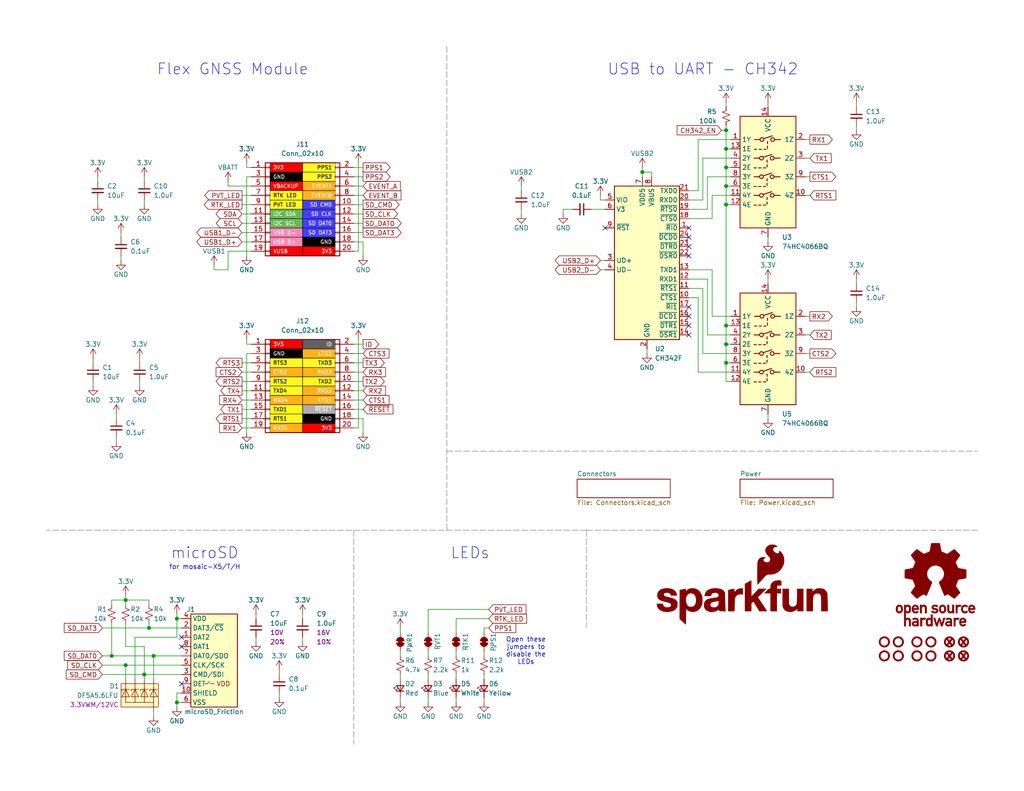
<source format=kicad_sch>
(kicad_sch (version 20250114) (generator "eeschema") (generator_version "9.0")
  (paper "USLetter")
  (title_block (title "SparkFun GNSS Flex Breakout") (date "2025-03-28") (rev "v01") (company "SparkFun Electronics") (comment 1 "Designed by: P.C."))
  (text "LEDs" (at 128.27 151.13 0) (effects (font (size 3 3))))
  (text "USB to UART - CH342" (at 191.77 19.05 0) (effects (font (size 3 3))))
  (text "Flex GNSS Module" (at 63.5 19.05 0) (effects (font (size 3 3))))
  (text "for mosaic-X5/T/H" (at 55.88 154.94 0) (effects (font (size 1.27 1.27))))
  (text "Open these\njumpers to\ndisable the\nLEDs" (at 143.51 177.8 0) (effects (font (size 1.27 1.27))))
  (text "microSD" (at 55.88 151.13 0) (effects (font (size 3 3))))
  (junction (at 40.64 171.45))
  (junction (at 198.12 88.9))
  (junction (at 41.91 179.07))
  (junction (at 198.12 93.98))
  (junction (at 198.12 99.06))
  (junction (at 175.26 46.99))
  (junction (at 30.48 179.07))
  (junction (at 39.37 184.15))
  (junction (at 48.26 168.91))
  (junction (at 198.12 35.56))
  (junction (at 34.29 181.61))
  (junction (at 48.26 191.77))
  (junction (at 34.29 163.83))
  (junction (at 198.12 40.64))
  (junction (at 198.12 55.88))
  (junction (at 198.12 50.8))
  (junction (at 198.12 45.72))
  (no_connect (at 187.96 62.23))
  (no_connect (at 49.53 176.53))
  (no_connect (at 187.96 64.77))
  (no_connect (at 187.96 91.44))
  (no_connect (at 187.96 88.9))
  (no_connect (at 187.96 86.36))
  (no_connect (at 49.53 186.69))
  (no_connect (at 49.53 173.99))
  (no_connect (at 187.96 69.85))
  (no_connect (at 165.1 62.23))
  (no_connect (at 187.96 83.82))
  (no_connect (at 187.96 67.31))
  (wire (pts (xy 233.68 82.55) (xy 233.68 83.82)))
  (wire (pts (xy 116.84 166.37) (xy 116.84 172.72)))
  (polyline (pts (xy 96.52 144.78) (xy 96.52 203.2)) (stroke (width 0) (type dash) (color 132 132 132 1)))
  (wire (pts (xy 39.37 184.15) (xy 49.53 184.15)))
  (wire (pts (xy 96.52 66.04) (xy 99.06 66.04)))
  (wire (pts (xy 39.37 54.61) (xy 39.37 55.88)))
  (wire (pts (xy 49.53 171.45) (xy 40.64 171.45)))
  (wire (pts (xy 68.58 96.52) (xy 67.31 96.52)))
  (wire (pts (xy 48.26 168.91) (xy 48.26 167.64)))
  (wire (pts (xy 193.04 91.44) (xy 199.39 91.44)))
  (wire (pts (xy 67.31 93.98) (xy 67.31 92.71)))
  (wire (pts (xy 99.06 66.04) (xy 99.06 69.85)))
  (wire (pts (xy 132.08 177.8) (xy 132.08 179.07)))
  (wire (pts (xy 163.83 54.61) (xy 165.1 54.61)))
  (polyline (pts (xy 160.02 144.78) (xy 160.02 171.45)) (stroke (width 0) (type dash) (color 132 132 132 1)))
  (wire (pts (xy 198.12 27.94) (xy 198.12 29.21)))
  (wire (pts (xy 25.4 97.79) (xy 25.4 99.06)))
  (wire (pts (xy 109.22 190.5) (xy 109.22 191.77)))
  (wire (pts (xy 191.77 96.52) (xy 199.39 96.52)))
  (wire (pts (xy 193.04 57.15) (xy 193.04 48.26)))
  (wire (pts (xy 194.31 86.36) (xy 199.39 86.36)))
  (wire (pts (xy 187.96 59.69) (xy 194.31 59.69)))
  (wire (pts (xy 66.04 55.88) (xy 68.58 55.88)))
  (wire (pts (xy 36.83 173.99) (xy 48.26 173.99)))
  (wire (pts (xy 27.94 179.07) (xy 30.48 179.07)))
  (wire (pts (xy 190.5 52.07) (xy 190.5 38.1)))
  (wire (pts (xy 187.96 52.07) (xy 190.5 52.07)))
  (wire (pts (xy 219.71 38.1) (xy 220.98 38.1)))
  (wire (pts (xy 191.77 78.74) (xy 191.77 96.52)))
  (wire (pts (xy 153.67 57.15) (xy 156.21 57.15)))
  (wire (pts (xy 209.55 29.21) (xy 209.55 27.94)))
  (wire (pts (xy 176.53 95.25) (xy 176.53 96.52)))
  (wire (pts (xy 31.75 119.38) (xy 31.75 120.65)))
  (wire (pts (xy 194.31 59.69) (xy 194.31 53.34)))
  (wire (pts (xy 198.12 40.64) (xy 198.12 35.56)))
  (wire (pts (xy 198.12 93.98) (xy 198.12 88.9)))
  (wire (pts (xy 219.71 91.44) (xy 220.98 91.44)))
  (wire (pts (xy 40.64 170.18) (xy 40.64 171.45)))
  (wire (pts (xy 194.31 53.34) (xy 199.39 53.34)))
  (wire (pts (xy 99.06 114.3) (xy 99.06 118.11)))
  (wire (pts (xy 67.31 48.26) (xy 67.31 69.85)))
  (wire (pts (xy 66.04 60.96) (xy 68.58 60.96)))
  (wire (pts (xy 132.08 184.15) (xy 132.08 185.42)))
  (wire (pts (xy 198.12 55.88) (xy 198.12 50.8)))
  (wire (pts (xy 69.85 167.64) (xy 69.85 168.91)))
  (wire (pts (xy 30.48 165.1) (xy 30.48 163.83)))
  (wire (pts (xy 68.58 48.26) (xy 67.31 48.26)))
  (wire (pts (xy 163.83 73.66) (xy 165.1 73.66)))
  (wire (pts (xy 233.68 76.2) (xy 233.68 77.47)))
  (wire (pts (xy 233.68 34.29) (xy 233.68 35.56)))
  (wire (pts (xy 62.23 68.58) (xy 68.58 68.58)))
  (wire (pts (xy 199.39 50.8) (xy 198.12 50.8)))
  (wire (pts (xy 34.29 176.53) (xy 39.37 176.53)))
  (wire (pts (xy 161.29 57.15) (xy 165.1 57.15)))
  (wire (pts (xy 66.04 101.6) (xy 68.58 101.6)))
  (wire (pts (xy 34.29 170.18) (xy 34.29 176.53)))
  (wire (pts (xy 66.04 53.34) (xy 68.58 53.34)))
  (wire (pts (xy 48.26 168.91) (xy 49.53 168.91)))
  (wire (pts (xy 48.26 191.77) (xy 49.53 191.77)))
  (wire (pts (xy 196.85 35.56) (xy 198.12 35.56)))
  (wire (pts (xy 39.37 48.26) (xy 39.37 49.53)))
  (wire (pts (xy 27.94 184.15) (xy 39.37 184.15)))
  (wire (pts (xy 39.37 184.15) (xy 39.37 185.42)))
  (wire (pts (xy 97.79 44.45) (xy 97.79 68.58)))
  (wire (pts (xy 58.42 72.39) (xy 58.42 73.66)))
  (wire (pts (xy 96.52 63.5) (xy 99.06 63.5)))
  (wire (pts (xy 199.39 99.06) (xy 198.12 99.06)))
  (wire (pts (xy 219.71 43.18) (xy 220.98 43.18)))
  (wire (pts (xy 124.46 184.15) (xy 124.46 185.42)))
  (wire (pts (xy 187.96 57.15) (xy 193.04 57.15)))
  (wire (pts (xy 66.04 109.22) (xy 68.58 109.22)))
  (wire (pts (xy 96.52 55.88) (xy 99.06 55.88)))
  (wire (pts (xy 153.67 58.42) (xy 153.67 57.15)))
  (wire (pts (xy 187.96 73.66) (xy 194.31 73.66)))
  (wire (pts (xy 99.06 109.22) (xy 96.52 109.22)))
  (wire (pts (xy 38.1 97.79) (xy 38.1 99.06)))
  (wire (pts (xy 96.52 50.8) (xy 99.06 50.8)))
  (wire (pts (xy 66.04 111.76) (xy 68.58 111.76)))
  (wire (pts (xy 194.31 73.66) (xy 194.31 86.36)))
  (wire (pts (xy 49.53 189.23) (xy 48.26 189.23)))
  (wire (pts (xy 199.39 45.72) (xy 198.12 45.72)))
  (wire (pts (xy 109.22 177.8) (xy 109.22 179.07)))
  (wire (pts (xy 142.24 57.15) (xy 142.24 58.42)))
  (wire (pts (xy 41.91 179.07) (xy 49.53 179.07)))
  (wire (pts (xy 190.5 101.6) (xy 199.39 101.6)))
  (wire (pts (xy 175.26 48.26) (xy 175.26 46.99)))
  (wire (pts (xy 96.52 101.6) (xy 99.06 101.6)))
  (wire (pts (xy 34.29 163.83) (xy 34.29 165.1)))
  (wire (pts (xy 34.29 181.61) (xy 34.29 185.42)))
  (wire (pts (xy 124.46 168.91) (xy 124.46 172.72)))
  (wire (pts (xy 190.5 81.28) (xy 190.5 101.6)))
  (wire (pts (xy 31.75 113.03) (xy 31.75 114.3)))
  (wire (pts (xy 199.39 93.98) (xy 198.12 93.98)))
  (wire (pts (xy 66.04 63.5) (xy 68.58 63.5)))
  (wire (pts (xy 66.04 116.84) (xy 68.58 116.84)))
  (wire (pts (xy 219.71 48.26) (xy 220.98 48.26)))
  (wire (pts (xy 40.64 163.83) (xy 40.64 165.1)))
  (wire (pts (xy 187.96 54.61) (xy 191.77 54.61)))
  (wire (pts (xy 96.52 116.84) (xy 97.79 116.84)))
  (wire (pts (xy 233.68 27.94) (xy 233.68 29.21)))
  (wire (pts (xy 191.77 43.18) (xy 199.39 43.18)))
  (wire (pts (xy 109.22 184.15) (xy 109.22 185.42)))
  (wire (pts (xy 97.79 68.58) (xy 96.52 68.58)))
  (wire (pts (xy 187.96 78.74) (xy 191.77 78.74)))
  (wire (pts (xy 39.37 176.53) (xy 39.37 184.15)))
  (wire (pts (xy 198.12 50.8) (xy 198.12 45.72)))
  (wire (pts (xy 82.55 173.99) (xy 82.55 175.26)))
  (wire (pts (xy 133.35 166.37) (xy 116.84 166.37)))
  (wire (pts (xy 219.71 101.6) (xy 220.98 101.6)))
  (wire (pts (xy 66.04 104.14) (xy 68.58 104.14)))
  (wire (pts (xy 30.48 163.83) (xy 34.29 163.83)))
  (wire (pts (xy 97.79 116.84) (xy 97.79 92.71)))
  (wire (pts (xy 27.94 181.61) (xy 34.29 181.61)))
  (wire (pts (xy 68.58 99.06) (xy 66.04 99.06)))
  (wire (pts (xy 48.26 191.77) (xy 48.26 193.04)))
  (wire (pts (xy 116.84 177.8) (xy 116.84 179.07)))
  (wire (pts (xy 58.42 73.66) (xy 62.23 73.66)))
  (wire (pts (xy 116.84 190.5) (xy 116.84 191.77)))
  (wire (pts (xy 163.83 53.34) (xy 163.83 54.61)))
  (wire (pts (xy 142.24 50.8) (xy 142.24 52.07)))
  (polyline (pts (xy 121.92 123.19) (xy 266.7 123.19)) (stroke (width 0) (type dash) (color 132 132 132 1)))
  (wire (pts (xy 82.55 167.64) (xy 82.55 168.91)))
  (wire (pts (xy 96.52 58.42) (xy 99.06 58.42)))
  (wire (pts (xy 27.94 171.45) (xy 40.64 171.45)))
  (wire (pts (xy 26.67 48.26) (xy 26.67 49.53)))
  (wire (pts (xy 96.52 53.34) (xy 99.06 53.34)))
  (wire (pts (xy 25.4 104.14) (xy 25.4 105.41)))
  (wire (pts (xy 199.39 88.9) (xy 198.12 88.9)))
  (wire (pts (xy 33.02 63.5) (xy 33.02 64.77)))
  (wire (pts (xy 209.55 64.77) (xy 209.55 66.04)))
  (wire (pts (xy 99.06 111.76) (xy 96.52 111.76)))
  (wire (pts (xy 26.67 54.61) (xy 26.67 55.88)))
  (wire (pts (xy 67.31 96.52) (xy 67.31 118.11)))
  (wire (pts (xy 132.08 190.5) (xy 132.08 191.77)))
  (wire (pts (xy 132.08 171.45) (xy 132.08 172.72)))
  (wire (pts (xy 175.26 46.99) (xy 175.26 45.72)))
  (wire (pts (xy 62.23 73.66) (xy 62.23 68.58)))
  (wire (pts (xy 34.29 163.83) (xy 40.64 163.83)))
  (wire (pts (xy 116.84 184.15) (xy 116.84 185.42)))
  (wire (pts (xy 96.52 106.68) (xy 99.06 106.68)))
  (wire (pts (xy 199.39 40.64) (xy 198.12 40.64)))
  (polyline (pts (xy 160.02 144.78) (xy 12.7 144.78)) (stroke (width 0) (type dash) (color 132 132 132 1)))
  (wire (pts (xy 187.96 76.2) (xy 193.04 76.2)))
  (wire (pts (xy 76.2 182.88) (xy 76.2 184.15)))
  (wire (pts (xy 193.04 76.2) (xy 193.04 91.44)))
  (wire (pts (xy 198.12 99.06) (xy 198.12 93.98)))
  (wire (pts (xy 48.26 173.99) (xy 48.26 168.91)))
  (wire (pts (xy 177.8 46.99) (xy 175.26 46.99)))
  (wire (pts (xy 96.52 96.52) (xy 99.06 96.52)))
  (wire (pts (xy 96.52 104.14) (xy 99.06 104.14)))
  (wire (pts (xy 198.12 88.9) (xy 198.12 55.88)))
  (wire (pts (xy 96.52 45.72) (xy 99.06 45.72)))
  (wire (pts (xy 66.04 114.3) (xy 68.58 114.3)))
  (wire (pts (xy 133.35 171.45) (xy 132.08 171.45)))
  (wire (pts (xy 38.1 104.14) (xy 38.1 105.41)))
  (wire (pts (xy 76.2 189.23) (xy 76.2 190.5)))
  (wire (pts (xy 187.96 81.28) (xy 190.5 81.28)))
  (wire (pts (xy 30.48 170.18) (xy 30.48 179.07)))
  (wire (pts (xy 66.04 66.04) (xy 68.58 66.04)))
  (wire (pts (xy 193.04 48.26) (xy 199.39 48.26)))
  (wire (pts (xy 96.52 114.3) (xy 99.06 114.3)))
  (wire (pts (xy 96.52 60.96) (xy 99.06 60.96)))
  (wire (pts (xy 219.71 86.36) (xy 220.98 86.36)))
  (wire (pts (xy 62.23 50.8) (xy 68.58 50.8)))
  (wire (pts (xy 34.29 162.56) (xy 34.29 163.83)))
  (wire (pts (xy 66.04 58.42) (xy 68.58 58.42)))
  (wire (pts (xy 219.71 96.52) (xy 220.98 96.52)))
  (wire (pts (xy 68.58 45.72) (xy 67.31 45.72)))
  (wire (pts (xy 198.12 104.14) (xy 198.12 99.06)))
  (wire (pts (xy 133.35 168.91) (xy 124.46 168.91)))
  (wire (pts (xy 62.23 49.53) (xy 62.23 50.8)))
  (wire (pts (xy 48.26 189.23) (xy 48.26 191.77)))
  (polyline (pts (xy 160.02 144.78) (xy 266.7 144.78)) (stroke (width 0) (type dash) (color 132 132 132 1)))
  (wire (pts (xy 34.29 181.61) (xy 49.53 181.61)))
  (wire (pts (xy 198.12 45.72) (xy 198.12 40.64)))
  (wire (pts (xy 33.02 69.85) (xy 33.02 71.12)))
  (wire (pts (xy 198.12 34.29) (xy 198.12 35.56)))
  (wire (pts (xy 209.55 113.03) (xy 209.55 114.3)))
  (wire (pts (xy 199.39 55.88) (xy 198.12 55.88)))
  (wire (pts (xy 209.55 77.47) (xy 209.55 76.2)))
  (wire (pts (xy 163.83 71.12) (xy 165.1 71.12)))
  (wire (pts (xy 96.52 93.98) (xy 99.06 93.98)))
  (wire (pts (xy 124.46 177.8) (xy 124.46 179.07)))
  (wire (pts (xy 69.85 173.99) (xy 69.85 175.26)))
  (polyline (pts (xy 121.92 12.7) (xy 121.92 144.78)) (stroke (width 0) (type dash) (color 132 132 132 1)))
  (wire (pts (xy 67.31 45.72) (xy 67.31 44.45)))
  (wire (pts (xy 124.46 190.5) (xy 124.46 191.77)))
  (wire (pts (xy 41.91 194.31) (xy 41.91 195.58)))
  (wire (pts (xy 41.91 179.07) (xy 41.91 185.42)))
  (wire (pts (xy 68.58 106.68) (xy 66.04 106.68)))
  (wire (pts (xy 96.52 99.06) (xy 99.06 99.06)))
  (wire (pts (xy 190.5 38.1) (xy 199.39 38.1)))
  (wire (pts (xy 36.83 185.42) (xy 36.83 173.99)))
  (wire (pts (xy 199.39 104.14) (xy 198.12 104.14)))
  (wire (pts (xy 68.58 93.98) (xy 67.31 93.98)))
  (wire (pts (xy 191.77 54.61) (xy 191.77 43.18)))
  (wire (pts (xy 177.8 48.26) (xy 177.8 46.99)))
  (wire (pts (xy 96.52 48.26) (xy 99.06 48.26)))
  (wire (pts (xy 219.71 53.34) (xy 220.98 53.34)))
  (wire (pts (xy 109.22 171.45) (xy 109.22 172.72)))
  (wire (pts (xy 30.48 179.07) (xy 41.91 179.07)))
  (global_label "PPS1" (shape output) (at 99.06 45.72 0) (property "Intersheetrefs" "${INTERSHEET_REFS}" (effects (hide yes))))
  (global_label "CTS1" (shape input) (at 99.06 109.22 0) (property "Intersheetrefs" "${INTERSHEET_REFS}" (effects (hide yes))))
  (global_label "USB2_D+" (shape bidirectional) (at 163.83 71.12 180) (property "Intersheetrefs" "${INTERSHEET_REFS}" (effects (hide yes))))
  (global_label "SD_CLK" (shape input) (at 27.94 181.61 180) (property "Intersheetrefs" "${INTERSHEET_REFS}" (effects (hide yes))))
  (global_label "SD_DAT3" (shape output) (at 99.06 63.5 0) (property "Intersheetrefs" "${INTERSHEET_REFS}" (effects (hide yes))))
  (global_label "PPS1" (shape input) (at 133.35 171.45 0) (property "Intersheetrefs" "${INTERSHEET_REFS}" (effects (hide yes))))
  (global_label "TX2" (shape output) (at 99.06 104.14 0) (property "Intersheetrefs" "${INTERSHEET_REFS}" (effects (hide yes))))
  (global_label "RTS2" (shape output) (at 66.04 104.14 180) (property "Intersheetrefs" "${INTERSHEET_REFS}" (effects (hide yes))))
  (global_label "RX2" (shape output) (at 220.98 86.36 0) (property "Intersheetrefs" "${INTERSHEET_REFS}" (effects (hide yes))))
  (global_label "SD_CLK" (shape output) (at 99.06 58.42 0) (property "Intersheetrefs" "${INTERSHEET_REFS}" (effects (hide yes))))
  (global_label "RTS1" (shape input) (at 220.98 53.34 0) (property "Intersheetrefs" "${INTERSHEET_REFS}" (effects (hide yes))))
  (global_label "USB2_D-" (shape bidirectional) (at 163.83 73.66 180) (property "Intersheetrefs" "${INTERSHEET_REFS}" (effects (hide yes))))
  (global_label "SD_DAT3" (shape input) (at 27.94 171.45 180) (property "Intersheetrefs" "${INTERSHEET_REFS}" (effects (hide yes))))
  (global_label "CTS3" (shape input) (at 99.06 96.52 0) (property "Intersheetrefs" "${INTERSHEET_REFS}" (effects (hide yes))))
  (global_label "USB1_D+" (shape bidirectional) (at 66.04 66.04 180) (property "Intersheetrefs" "${INTERSHEET_REFS}" (effects (hide yes))))
  (global_label "CH342_EN" (shape input) (at 196.85 35.56 180) (property "Intersheetrefs" "${INTERSHEET_REFS}" (effects (hide yes))))
  (global_label "CTS2" (shape output) (at 220.98 96.52 0) (property "Intersheetrefs" "${INTERSHEET_REFS}" (effects (hide yes))))
  (global_label "RX1" (shape input) (at 66.04 116.84 180) (property "Intersheetrefs" "${INTERSHEET_REFS}" (effects (hide yes))))
  (global_label "PPS2" (shape output) (at 99.06 48.26 0) (property "Intersheetrefs" "${INTERSHEET_REFS}" (effects (hide yes))))
  (global_label "SCL" (shape bidirectional) (at 66.04 60.96 180) (property "Intersheetrefs" "${INTERSHEET_REFS}" (effects (hide yes))))
  (global_label "RTS3" (shape output) (at 66.04 99.06 180) (property "Intersheetrefs" "${INTERSHEET_REFS}" (effects (hide yes))))
  (global_label "EVENT_A" (shape input) (at 99.06 50.8 0) (property "Intersheetrefs" "${INTERSHEET_REFS}" (effects (hide yes))))
  (global_label "CTS2" (shape input) (at 66.04 101.6 180) (property "Intersheetrefs" "${INTERSHEET_REFS}" (effects (hide yes))))
  (global_label "RX1" (shape output) (at 220.98 38.1 0) (property "Intersheetrefs" "${INTERSHEET_REFS}" (effects (hide yes))))
  (global_label "PVT_LED" (shape input) (at 133.35 166.37 0) (property "Intersheetrefs" "${INTERSHEET_REFS}" (effects (hide yes))))
  (global_label "RTK_LED" (shape output) (at 66.04 55.88 180) (property "Intersheetrefs" "${INTERSHEET_REFS}" (effects (hide yes))))
  (global_label "TX4" (shape output) (at 66.04 106.68 180) (property "Intersheetrefs" "${INTERSHEET_REFS}" (effects (hide yes))))
  (global_label "RTK_LED" (shape input) (at 133.35 168.91 0) (property "Intersheetrefs" "${INTERSHEET_REFS}" (effects (hide yes))))
  (global_label "ID" (shape output) (at 99.06 93.98 0) (property "Intersheetrefs" "${INTERSHEET_REFS}" (effects (hide yes))))
  (global_label "RX4" (shape input) (at 66.04 109.22 180) (property "Intersheetrefs" "${INTERSHEET_REFS}" (effects (hide yes))))
  (global_label "RTS2" (shape input) (at 220.98 101.6 0) (property "Intersheetrefs" "${INTERSHEET_REFS}" (effects (hide yes))))
  (global_label "CTS1" (shape output) (at 220.98 48.26 0) (property "Intersheetrefs" "${INTERSHEET_REFS}" (effects (hide yes))))
  (global_label "EVENT_B" (shape input) (at 99.06 53.34 0) (property "Intersheetrefs" "${INTERSHEET_REFS}" (effects (hide yes))))
  (global_label "SD_CMD" (shape output) (at 99.06 55.88 0) (property "Intersheetrefs" "${INTERSHEET_REFS}" (effects (hide yes))))
  (global_label "TX1" (shape output) (at 66.04 111.76 180) (property "Intersheetrefs" "${INTERSHEET_REFS}" (effects (hide yes))))
  (global_label "TX1" (shape input) (at 220.98 43.18 0) (property "Intersheetrefs" "${INTERSHEET_REFS}" (effects (hide yes))))
  (global_label "TX3" (shape output) (at 99.06 99.06 0) (property "Intersheetrefs" "${INTERSHEET_REFS}" (effects (hide yes))))
  (global_label "TX2" (shape input) (at 220.98 91.44 0) (property "Intersheetrefs" "${INTERSHEET_REFS}" (effects (hide yes))))
  (global_label "PVT_LED" (shape output) (at 66.04 53.34 180) (property "Intersheetrefs" "${INTERSHEET_REFS}" (effects (hide yes))))
  (global_label "RX2" (shape input) (at 99.06 106.68 0) (property "Intersheetrefs" "${INTERSHEET_REFS}" (effects (hide yes))))
  (global_label "RX3" (shape input) (at 99.06 101.6 0) (property "Intersheetrefs" "${INTERSHEET_REFS}" (effects (hide yes))))
  (global_label "~{RESET}" (shape input) (at 99.06 111.76 0) (property "Intersheetrefs" "${INTERSHEET_REFS}" (effects (hide yes))))
  (global_label "USB1_D-" (shape bidirectional) (at 66.04 63.5 180) (property "Intersheetrefs" "${INTERSHEET_REFS}" (effects (hide yes))))
  (global_label "SDA" (shape bidirectional) (at 66.04 58.42 180) (property "Intersheetrefs" "${INTERSHEET_REFS}" (effects (hide yes))))
  (global_label "SD_CMD" (shape input) (at 27.94 184.15 180) (property "Intersheetrefs" "${INTERSHEET_REFS}" (effects (hide yes))))
  (global_label "SD_DAT0" (shape input) (at 27.94 179.07 180) (property "Intersheetrefs" "${INTERSHEET_REFS}" (effects (hide yes))))
  (global_label "RTS1" (shape output) (at 66.04 114.3 180) (property "Intersheetrefs" "${INTERSHEET_REFS}" (effects (hide yes))))
  (global_label "SD_DAT0" (shape output) (at 99.06 60.96 0) (property "Intersheetrefs" "${INTERSHEET_REFS}" (effects (hide yes))))
  (symbol (lib_id "SparkFun-Hardware:Standoff") (at 250.19 179.07 0) (unit 1)
    (property "Reference" "ST2" (effects (hide yes)))
    (property "Value" "Standoff" (effects (hide yes)))
    (property "Footprint" "SparkFun-Hardware:Standoff" (effects (hide yes)))
    (property "Description" "Drill holes for mechanically mounting via screws, standoffs, etc." (effects (hide yes)))
  )
  (symbol (lib_id "SparkFun-Resistor:1k_0603") (at 124.46 181.61 90) (unit 1)
    (property "Reference" "R11" (at 125.73 180.34 90) (effects (justify right)))
    (property "Value" "1k" (at 125.73 182.88 90) (effects (justify right)))
    (property "Footprint" "SparkFun-Resistor:R_0603_1608Metric" (effects (hide yes)))
    (property "Datasheet" "https://www.vishay.com/docs/20035/dcrcwe3.pdf" (effects (hide yes)))
    (property "Description" "Resistor" (effects (hide yes)))
    (property "PROD_ID" "RES-07856" (effects (hide yes)))
  )
  (symbol (lib_id "SparkFun-PowerSymbol:GND") (at 153.67 58.42 0) (unit 1)
    (property "Reference" "#PWR041" (effects (hide yes)))
    (property "Value" "GND" (at 153.67 62.23 0))
    (property "Description" "Power symbol creates a global label with name \"GND\" , ground" (effects (hide yes)))
  )
  (symbol (lib_id "SparkFun-PowerSymbol:GND") (at 109.22 191.77 0) (unit 1)
    (property "Reference" "#PWR034" (effects (hide yes)))
    (property "Value" "GND" (at 109.22 195.58 0))
    (property "Description" "Power symbol creates a global label with name \"GND\" , ground" (effects (hide yes)))
  )
  (symbol (lib_id "SparkFun-Capacitor:10uF_0603_10V_20%") (at 25.4 101.6 0) (unit 1)
    (property "Reference" "C1" (at 27.94 100.3362 0) (effects (justify left)))
    (property "Value" "10uF" (at 27.94 102.8762 0) (effects (justify left)))
    (property "Footprint" "SparkFun-Capacitor:C_0603_1608Metric" (effects (hide yes)))
    (property "Datasheet" "https://cdn.sparkfun.com/assets/8/a/4/a/5/Kemet_Capacitor_Datasheet.pdf" (effects (hide yes)))
    (property "Description" "Unpolarized capacitor" (effects (hide yes)))
    (property "PROD_ID" "CAP-20155" (effects (hide yes)))
    (property "Voltage" "10V" (effects (hide yes)))
    (property "Tolerance" "20%" (effects (hide yes)))
  )
  (symbol (lib_id "SparkFun-IC-Logic:74HC4066BQ") (at 209.55 93.98 0) (unit 1)
    (property "Reference" "U5" (at 213.36 113.03 0) (effects (justify left)))
    (property "Value" "74HC4066BQ" (at 213.36 115.57 0) (effects (justify left)))
    (property "Footprint" "SparkFun-Semiconductor-Standard:QFN-14_2.5x3mm_P0.5mm_EP1x1.5mm" (effects (hide yes)))
    (property "Datasheet" "https://assets.nexperia.com/documents/data-sheet/74HC_HCT4066.pdf" (effects (hide yes)))
    (property "Description" "Quad single-pole single-throw analog switch QFN" (effects (hide yes)))
    (property "PROD_ID" "IC-16528" (effects (hide yes)))
    (property "VCC" "VCC: 2.0V Min, 5.0V Typ, 10.0V Max" (effects (hide yes)))
  )
  (symbol (lib_id "SparkFun-IC-Logic:74HC4066BQ") (at 209.55 45.72 0) (unit 1)
    (property "Reference" "U3" (at 213.36 64.77 0) (effects (justify left)))
    (property "Value" "74HC4066BQ" (at 213.36 67.31 0) (effects (justify left)))
    (property "Footprint" "SparkFun-Semiconductor-Standard:QFN-14_2.5x3mm_P0.5mm_EP1x1.5mm" (effects (hide yes)))
    (property "Datasheet" "https://assets.nexperia.com/documents/data-sheet/74HC_HCT4066.pdf" (effects (hide yes)))
    (property "Description" "Quad single-pole single-throw analog switch QFN" (effects (hide yes)))
    (property "PROD_ID" "IC-16528" (effects (hide yes)))
    (property "VCC" "VCC: 2.0V Min, 5.0V Typ, 10.0V Max" (effects (hide yes)))
  )
  (symbol (lib_id "SparkFun-Resistor:2.2k_0603") (at 132.08 181.61 90) (unit 1)
    (property "Reference" "R12" (at 133.35 180.34 90) (effects (justify right)))
    (property "Value" "2.2k" (at 133.35 182.88 90) (effects (justify right)))
    (property "Footprint" "SparkFun-Resistor:R_0603_1608Metric" (effects (hide yes)))
    (property "Datasheet" "https://www.vishay.com/docs/20035/dcrcwe3.pdf" (effects (hide yes)))
    (property "Description" "Resistor" (effects (hide yes)))
    (property "PROD_ID" "RES-08272" (effects (hide yes)))
  )
  (symbol (lib_id "SparkFun-PowerSymbol:VUSB") (at 175.26 45.72 0) (unit 1)
    (property "Reference" "#PWR078" (effects (hide yes)))
    (property "Value" "VUSB2" (at 175.26 41.91 0))
    (property "Description" "Power symbol creates a global label with name \"VUSB\"" (effects (hide yes)))
  )
  (symbol (lib_id "SparkFun-PowerSymbol:3.3V") (at 209.55 27.94 0) (unit 1)
    (property "Reference" "#PWR042" (effects (hide yes)))
    (property "Value" "3.3V" (at 209.55 24.13 0))
    (property "Description" "Power symbol creates a global label with name \"3.3V\"" (effects (hide yes)))
  )
  (symbol (lib_id "SparkFun-Resistor:10k_0603") (at 40.64 167.64 90) (unit 1)
    (property "Reference" "R4" (at 41.91 166.37 90) (effects (justify right)))
    (property "Value" "10k" (at 41.91 168.91 90) (effects (justify right)))
    (property "Footprint" "SparkFun-Resistor:R_0603_1608Metric" (effects (hide yes)))
    (property "Datasheet" "https://www.vishay.com/docs/20035/dcrcwe3.pdf" (effects (hide yes)))
    (property "Description" "Resistor" (effects (hide yes)))
    (property "PROD_ID" "RES-00824" (effects (hide yes)))
  )
  (symbol (lib_id "SparkFun-PowerSymbol:GND") (at 142.24 58.42 0) (unit 1)
    (property "Reference" "#PWR0109" (effects (hide yes)))
    (property "Value" "GND" (at 142.24 62.23 0))
    (property "Description" "Power symbol creates a global label with name \"GND\" , ground" (effects (hide yes)))
  )
  (symbol (lib_id "SparkFun-PowerSymbol:3.3V") (at 109.22 171.45 0) (unit 1)
    (property "Reference" "#PWR033" (effects (hide yes)))
    (property "Value" "3.3V" (at 109.22 167.64 0))
    (property "Description" "Power symbol creates a global label with name \"3.3V\"" (effects (hide yes)))
  )
  (symbol (lib_id "SparkFun-Capacitor:0.1uF_0603_25V_20%") (at 31.75 116.84 0) (unit 1)
    (property "Reference" "C4" (at 34.29 115.5762 0) (effects (justify left)))
    (property "Value" "0.1uF" (at 34.29 118.1162 0) (effects (justify left)))
    (property "Footprint" "SparkFun-Capacitor:C_0603_1608Metric" (effects (hide yes)))
    (property "Datasheet" "https://cdn.sparkfun.com/assets/8/a/4/a/5/Kemet_Capacitor_Datasheet.pdf" (effects (hide yes)))
    (property "Description" "Unpolarized capacitor" (effects (hide yes)))
    (property "PROD_ID" "CAP-00810" (effects (hide yes)))
    (property "Voltage" "25V" (effects (hide yes)))
    (property "Tolerance" "20%" (effects (hide yes)))
  )
  (symbol (lib_id "SparkFun-PowerSymbol:GND") (at 132.08 191.77 0) (unit 1)
    (property "Reference" "#PWR038" (effects (hide yes)))
    (property "Value" "GND" (at 132.08 195.58 0))
    (property "Description" "Power symbol creates a global label with name \"GND\" , ground" (effects (hide yes)))
  )
  (symbol (lib_id "SparkFun-Aesthetic:SparkFun_Logo") (at 201.93 163.83 0) (unit 1) (on_board no)
    (property "Reference" "G1" (effects (hide yes)))
    (property "Value" "SparkFun_Logo" (effects (hide yes)))
  )
  (symbol (lib_id "SparkFun-Resistor:2.2k_0603") (at 116.84 181.61 90) (unit 1)
    (property "Reference" "R7" (at 118.11 180.34 90) (effects (justify right)))
    (property "Value" "2.2k" (at 118.11 182.88 90) (effects (justify right)))
    (property "Footprint" "SparkFun-Resistor:R_0603_1608Metric" (effects (hide yes)))
    (property "Datasheet" "https://www.vishay.com/docs/20035/dcrcwe3.pdf" (effects (hide yes)))
    (property "Description" "Resistor" (effects (hide yes)))
    (property "PROD_ID" "RES-08272" (effects (hide yes)))
  )
  (symbol (lib_id "SparkFun-PowerSymbol:3.3V") (at 67.31 44.45 0) (unit 1)
    (property "Reference" "#PWR026" (effects (hide yes)))
    (property "Value" "3.3V" (at 67.31 40.64 0))
    (property "Description" "Power symbol creates a global label with name \"3.3V\"" (effects (hide yes)))
  )
  (symbol (lib_id "SparkFun-Hardware:Standoff") (at 245.11 179.07 0) (unit 1)
    (property "Reference" "ST8" (effects (hide yes)))
    (property "Value" "Standoff" (effects (hide yes)))
    (property "Footprint" "SparkFun-Hardware:Standoff" (effects (hide yes)))
    (property "Description" "Drill holes for mechanically mounting via screws, standoffs, etc." (effects (hide yes)))
  )
  (symbol (lib_id "SparkFun-PowerSymbol:GND") (at 33.02 71.12 0) (unit 1)
    (property "Reference" "#PWR018" (effects (hide yes)))
    (property "Value" "GND" (at 33.02 74.93 0))
    (property "Description" "Power symbol creates a global label with name \"GND\" , ground" (effects (hide yes)))
  )
  (symbol (lib_id "SparkFun-Jumper:SolderJumper_2_Bridged") (at 132.08 175.26 90) (unit 1)
    (property "Reference" "PPS1" (at 134.62 172.72 0) (effects (justify right)))
    (property "Value" "~" (at 134.62 176.53 90) (effects (justify right)))
    (property "Footprint" "SparkFun-Jumper:Jumper_2_NC_Trace" (effects (hide yes)))
    (property "Description" "Solder Jumper, 2-pole, closed/bridged" (effects (hide yes)))
  )
  (symbol (lib_id "SparkFun-PowerSymbol:GND") (at 41.91 195.58 0) (unit 1)
    (property "Reference" "#PWR014" (effects (hide yes)))
    (property "Value" "GND" (at 41.91 199.39 0))
    (property "Description" "Power symbol creates a global label with name \"GND\" , ground" (effects (hide yes)))
  )
  (symbol (lib_id "SparkFun-Resistor:4.7k_0603") (at 109.22 181.61 90) (unit 1)
    (property "Reference" "R6" (at 110.49 180.34 90) (effects (justify right)))
    (property "Value" "4.7k" (at 110.49 182.88 90) (effects (justify right)))
    (property "Footprint" "SparkFun-Resistor:R_0603_1608Metric" (effects (hide yes)))
    (property "Datasheet" "https://www.vishay.com/docs/20035/dcrcwe3.pdf" (effects (hide yes)))
    (property "Description" "Resistor" (effects (hide yes)))
    (property "PROD_ID" "RES-07857" (effects (hide yes)))
  )
  (symbol (lib_id "SparkFun-Capacitor:1.0uF_0603_16V_10%") (at 39.37 52.07 0) (unit 1)
    (property "Reference" "C10" (at 41.91 50.8062 0) (effects (justify left)))
    (property "Value" "1.0uF" (at 41.91 53.3462 0) (effects (justify left)))
    (property "Footprint" "SparkFun-Capacitor:C_0603_1608Metric" (effects (hide yes)))
    (property "Datasheet" "https://cdn.sparkfun.com/assets/8/a/4/a/5/Kemet_Capacitor_Datasheet.pdf" (effects (hide yes)))
    (property "Description" "Unpolarized capacitor" (effects (hide yes)))
    (property "PROD_ID" "CAP-13930" (effects (hide yes)))
    (property "Voltage" "16V" (effects (hide yes)))
    (property "Tolerance" "10%" (effects (hide yes)))
  )
  (symbol (lib_id "SparkFun-PowerSymbol:3.3V") (at 38.1 97.79 0) (unit 1)
    (property "Reference" "#PWR010" (effects (hide yes)))
    (property "Value" "3.3V" (at 38.1 93.98 0))
    (property "Description" "Power symbol creates a global label with name \"3.3V\"" (effects (hide yes)))
  )
  (symbol (lib_id "SparkFun-Capacitor:10uF_0603_10V_20%") (at 26.67 52.07 0) (unit 1)
    (property "Reference" "C2" (at 29.21 50.8062 0) (effects (justify left)))
    (property "Value" "10uF" (at 29.21 53.3462 0) (effects (justify left)))
    (property "Footprint" "SparkFun-Capacitor:C_0603_1608Metric" (effects (hide yes)))
    (property "Datasheet" "https://cdn.sparkfun.com/assets/8/a/4/a/5/Kemet_Capacitor_Datasheet.pdf" (effects (hide yes)))
    (property "Description" "Unpolarized capacitor" (effects (hide yes)))
    (property "PROD_ID" "CAP-20155" (effects (hide yes)))
    (property "Voltage" "10V" (effects (hide yes)))
    (property "Tolerance" "20%" (effects (hide yes)))
  )
  (symbol (lib_id "SparkFun-PowerSymbol:3.3V") (at 233.68 76.2 0) (unit 1)
    (property "Reference" "#PWR0113" (effects (hide yes)))
    (property "Value" "3.3V" (at 233.68 72.39 0))
    (property "Description" "Power symbol creates a global label with name \"3.3V\"" (effects (hide yes)))
  )
  (symbol (lib_id "SparkFun-PowerSymbol:3.3V") (at 198.12 27.94 0) (unit 1)
    (property "Reference" "#PWR0108" (effects (hide yes)))
    (property "Value" "3.3V" (at 198.12 24.13 0))
    (property "Description" "Power symbol creates a global label with name \"3.3V\"" (effects (hide yes)))
  )
  (symbol (lib_id "SparkFun-DiscreteSemi:D_TVS_ESD_4_HS_3.3V") (at 36.83 189.23 0) (unit 1)
    (property "Reference" "D1" (at 29.845 187.325 0) (effects (justify left)))
    (property "Value" "DF5A5.6LFU" (at 20.955 189.865 0) (effects (justify left)))
    (property "Footprint" "SparkFun-Semiconductor-Standard:SOT-353" (effects (hide yes)))
    (property "Datasheet" "https://toshiba.semicon-storage.com/info/DF5A5.6LFU_datasheet_en_20140301.pdf?did=22260&prodName=DF5A5.6LFU" (effects (hide yes)))
    (property "Description" "Low capacitance microSD unidirectional quadruple ESD protection diode array, 3.3V, Common Anode, SOT-353" (effects (hide yes)))
    (property "PROD_ID" "DIO-20454" (effects (hide yes)))
    (property "Rating" "3.3VWM/12VC" (at 19.05 192.405 0) (effects (justify left)))
  )
  (symbol (lib_id "SparkFun-PowerSymbol:3.3V") (at 31.75 113.03 0) (unit 1)
    (property "Reference" "#PWR08" (effects (hide yes)))
    (property "Value" "3.3V" (at 31.75 109.22 0))
    (property "Description" "Power symbol creates a global label with name \"3.3V\"" (effects (hide yes)))
  )
  (symbol (lib_id "SparkFun-Capacitor:1.0uF_0603_16V_10%") (at 82.55 171.45 0) (unit 1)
    (property "Reference" "C9" (at 86.36 167.64 0) (effects (justify left)))
    (property "Value" "1.0uF" (at 86.36 170.18 0) (effects (justify left)))
    (property "Footprint" "SparkFun-Capacitor:C_0603_1608Metric" (effects (hide yes)))
    (property "Datasheet" "https://cdn.sparkfun.com/assets/8/a/4/a/5/Kemet_Capacitor_Datasheet.pdf" (effects (hide yes)))
    (property "Description" "Unpolarized capacitor" (effects (hide yes)))
    (property "PROD_ID" "CAP-13930" (effects (hide yes)))
    (property "Voltage" "16V" (at 86.36 172.72 0) (effects (justify left)))
    (property "Tolerance" "10%" (at 86.36 175.26 0) (effects (justify left)))
  )
  (symbol (lib_id "SparkFun-PowerSymbol:GND") (at 124.46 191.77 0) (unit 1)
    (property "Reference" "#PWR037" (effects (hide yes)))
    (property "Value" "GND" (at 124.46 195.58 0))
    (property "Description" "Power symbol creates a global label with name \"GND\" , ground" (effects (hide yes)))
  )
  (symbol (lib_id "SparkFun-PowerSymbol:3.3V") (at 34.29 162.56 0) (unit 1)
    (property "Reference" "#PWR05" (effects (hide yes)))
    (property "Value" "3.3V" (at 34.29 158.75 0))
    (property "Description" "Power symbol creates a global label with name \"3.3V\"" (effects (hide yes)))
  )
  (symbol (lib_id "SparkFun-LED:LED_White_0603") (at 124.46 187.96 90) (unit 1)
    (property "Reference" "D5" (at 125.73 186.69 90) (effects (justify right)))
    (property "Value" "White" (at 125.73 189.23 90) (effects (justify right)))
    (property "Footprint" "SparkFun-LED:LED_0603_1608Metric_White" (effects (hide yes)))
    (property "Datasheet" "https://www.qt-brightek.com/datasheet/QBLP601_series.pdf" (effects (hide yes)))
    (property "Description" "Light emitting diode" (effects (hide yes)))
    (property "PROD_ID" "DIO-09004" (effects (hide yes)))
  )
  (symbol (lib_id "SparkFun-PowerSymbol:VUSB") (at 58.42 72.39 0) (unit 1)
    (property "Reference" "#PWR021" (effects (hide yes)))
    (property "Value" "VUSB1" (at 58.42 68.58 0))
    (property "Description" "Power symbol creates a global label with name \"VUSB\"" (effects (hide yes)))
  )
  (symbol (lib_id "SparkFun-PowerSymbol:3.3V") (at 97.79 44.45 0) (unit 1)
    (property "Reference" "#PWR020" (effects (hide yes)))
    (property "Value" "3.3V" (at 97.79 40.64 0))
    (property "Description" "Power symbol creates a global label with name \"3.3V\"" (effects (hide yes)))
  )
  (symbol (lib_id "SparkFun-PowerSymbol:GND") (at 233.68 35.56 0) (unit 1)
    (property "Reference" "#PWR0111" (effects (hide yes)))
    (property "Value" "GND" (at 233.68 39.37 0))
    (property "Description" "Power symbol creates a global label with name \"GND\" , ground" (effects (hide yes)))
  )
  (symbol (lib_id "SparkFun-Capacitor:0.1uF_0603_25V_20%") (at 76.2 186.69 0) (unit 1)
    (property "Reference" "C8" (at 78.74 185.4262 0) (effects (justify left)))
    (property "Value" "0.1uF" (at 78.74 187.9662 0) (effects (justify left)))
    (property "Footprint" "SparkFun-Capacitor:C_0603_1608Metric" (effects (hide yes)))
    (property "Datasheet" "https://cdn.sparkfun.com/assets/8/a/4/a/5/Kemet_Capacitor_Datasheet.pdf" (effects (hide yes)))
    (property "Description" "Unpolarized capacitor" (effects (hide yes)))
    (property "PROD_ID" "CAP-00810" (effects (hide yes)))
    (property "Voltage" "25V" (effects (hide yes)))
    (property "Tolerance" "20%" (effects (hide yes)))
  )
  (symbol (lib_id "SparkFun-PowerSymbol:GND") (at 76.2 190.5 0) (unit 1)
    (property "Reference" "#PWR030" (effects (hide yes)))
    (property "Value" "GND" (at 76.2 194.31 0))
    (property "Description" "Power symbol creates a global label with name \"GND\" , ground" (effects (hide yes)))
  )
  (symbol (lib_id "SparkFun-Hardware:Standoff") (at 254 179.07 0) (unit 1)
    (property "Reference" "ST4" (effects (hide yes)))
    (property "Value" "Standoff" (effects (hide yes)))
    (property "Footprint" "SparkFun-Hardware:Standoff" (effects (hide yes)))
    (property "Description" "Drill holes for mechanically mounting via screws, standoffs, etc." (effects (hide yes)))
  )
  (symbol (lib_id "SparkFun-PowerSymbol:GND") (at 116.84 191.77 0) (unit 1)
    (property "Reference" "#PWR035" (effects (hide yes)))
    (property "Value" "GND" (at 116.84 195.58 0))
    (property "Description" "Power symbol creates a global label with name \"GND\" , ground" (effects (hide yes)))
  )
  (symbol (lib_id "SparkFun-PowerSymbol:3.3V") (at 76.2 182.88 0) (unit 1)
    (property "Reference" "#PWR029" (effects (hide yes)))
    (property "Value" "3.3V" (at 76.2 179.07 0))
    (property "Description" "Power symbol creates a global label with name \"3.3V\"" (effects (hide yes)))
  )
  (symbol (lib_id "SparkFun-Hardware:Standoff") (at 250.19 175.26 0) (unit 1)
    (property "Reference" "ST1" (effects (hide yes)))
    (property "Value" "Standoff" (effects (hide yes)))
    (property "Footprint" "SparkFun-Hardware:Standoff" (effects (hide yes)))
    (property "Description" "Drill holes for mechanically mounting via screws, standoffs, etc." (effects (hide yes)))
  )
  (symbol (lib_id "SparkFun-Capacitor:1.0uF_0603_16V_10%") (at 233.68 80.01 0) (unit 1)
    (property "Reference" "C14" (at 236.22 78.7462 0) (effects (justify left)))
    (property "Value" "1.0uF" (at 236.22 81.2862 0) (effects (justify left)))
    (property "Footprint" "SparkFun-Capacitor:C_0603_1608Metric" (effects (hide yes)))
    (property "Datasheet" "https://cdn.sparkfun.com/assets/8/a/4/a/5/Kemet_Capacitor_Datasheet.pdf" (effects (hide yes)))
    (property "Description" "Unpolarized capacitor" (effects (hide yes)))
    (property "PROD_ID" "CAP-13930" (effects (hide yes)))
    (property "Voltage" "16V" (effects (hide yes)))
    (property "Tolerance" "10%" (effects (hide yes)))
  )
  (symbol (lib_id "SparkFun-PowerSymbol:GND") (at 176.53 96.52 0) (unit 1)
    (property "Reference" "#PWR050" (effects (hide yes)))
    (property "Value" "GND" (at 176.53 100.33 0))
    (property "Description" "Power symbol creates a global label with name \"GND\" , ground" (effects (hide yes)))
  )
  (symbol (lib_id "SparkFun-PowerSymbol:3.3V") (at 233.68 27.94 0) (unit 1)
    (property "Reference" "#PWR0112" (effects (hide yes)))
    (property "Value" "3.3V" (at 233.68 24.13 0))
    (property "Description" "Power symbol creates a global label with name \"3.3V\"" (effects (hide yes)))
  )
  (symbol (lib_id "SparkFun-Hardware:Standoff") (at 245.11 175.26 0) (unit 1)
    (property "Reference" "ST7" (effects (hide yes)))
    (property "Value" "Standoff" (effects (hide yes)))
    (property "Footprint" "SparkFun-Hardware:Standoff" (effects (hide yes)))
    (property "Description" "Drill holes for mechanically mounting via screws, standoffs, etc." (effects (hide yes)))
  )
  (symbol (lib_id "SparkFun-Hardware:Standoff") (at 241.3 175.26 0) (unit 1)
    (property "Reference" "ST5" (effects (hide yes)))
    (property "Value" "Standoff" (effects (hide yes)))
    (property "Footprint" "SparkFun-Hardware:Standoff" (effects (hide yes)))
    (property "Description" "Drill holes for mechanically mounting via screws, standoffs, etc." (effects (hide yes)))
  )
  (symbol (lib_id "SparkFun-Capacitor:1.0uF_0603_16V_10%") (at 38.1 101.6 0) (unit 1)
    (property "Reference" "C5" (at 40.64 100.3362 0) (effects (justify left)))
    (property "Value" "1.0uF" (at 40.64 102.8762 0) (effects (justify left)))
    (property "Footprint" "SparkFun-Capacitor:C_0603_1608Metric" (effects (hide yes)))
    (property "Datasheet" "https://cdn.sparkfun.com/assets/8/a/4/a/5/Kemet_Capacitor_Datasheet.pdf" (effects (hide yes)))
    (property "Description" "Unpolarized capacitor" (effects (hide yes)))
    (property "PROD_ID" "CAP-13930" (effects (hide yes)))
    (property "Voltage" "16V" (effects (hide yes)))
    (property "Tolerance" "10%" (effects (hide yes)))
  )
  (symbol (lib_id "SparkFun-PowerSymbol:GND") (at 39.37 55.88 0) (unit 1)
    (property "Reference" "#PWR023" (effects (hide yes)))
    (property "Value" "GND" (at 39.37 59.69 0))
    (property "Description" "Power symbol creates a global label with name \"GND\" , ground" (effects (hide yes)))
  )
  (symbol (lib_id "SparkFun-Capacitor:1.0uF_0603_16V_10%") (at 142.24 54.61 0) (unit 1)
    (property "Reference" "C12" (at 144.78 53.3462 0) (effects (justify left)))
    (property "Value" "1.0uF" (at 144.78 55.8862 0) (effects (justify left)))
    (property "Footprint" "SparkFun-Capacitor:C_0603_1608Metric" (effects (hide yes)))
    (property "Datasheet" "https://cdn.sparkfun.com/assets/8/a/4/a/5/Kemet_Capacitor_Datasheet.pdf" (effects (hide yes)))
    (property "Description" "Unpolarized capacitor" (effects (hide yes)))
    (property "PROD_ID" "CAP-13930" (effects (hide yes)))
    (property "Voltage" "16V" (effects (hide yes)))
    (property "Tolerance" "10%" (effects (hide yes)))
  )
  (symbol (lib_id "SparkFun-PowerSymbol:3.3V") (at 67.31 92.71 0) (unit 1)
    (property "Reference" "#PWR019" (effects (hide yes)))
    (property "Value" "3.3V" (at 67.31 88.9 0))
    (property "Description" "Power symbol creates a global label with name \"3.3V\"" (effects (hide yes)))
  )
  (symbol (lib_id "SparkFun-Aesthetic:Fiducial_0.5mm") (at 262.89 179.07 0) (unit 1)
    (property "Reference" "FID4" (effects (hide yes)))
    (property "Value" "Fiducial_0.5mm" (effects (hide yes)))
    (property "Footprint" "SparkFun-Aesthetic:Fiducial_0.5mm_Mask1mm" (effects (hide yes)))
    (property "Description" "Fiducial Marker" (effects (hide yes)))
  )
  (symbol (lib_id "SparkFun-Hardware:Standoff") (at 254 175.26 0) (unit 1)
    (property "Reference" "ST3" (effects (hide yes)))
    (property "Value" "Standoff" (effects (hide yes)))
    (property "Footprint" "SparkFun-Hardware:Standoff" (effects (hide yes)))
    (property "Description" "Drill holes for mechanically mounting via screws, standoffs, etc." (effects (hide yes)))
  )
  (symbol (lib_id "SparkFun-Capacitor:0.1uF_0603_25V_20%") (at 33.02 67.31 0) (unit 1)
    (property "Reference" "C6" (at 35.56 66.0462 0) (effects (justify left)))
    (property "Value" "0.1uF" (at 35.56 68.5862 0) (effects (justify left)))
    (property "Footprint" "SparkFun-Capacitor:C_0603_1608Metric" (effects (hide yes)))
    (property "Datasheet" "https://cdn.sparkfun.com/assets/8/a/4/a/5/Kemet_Capacitor_Datasheet.pdf" (effects (hide yes)))
    (property "Description" "Unpolarized capacitor" (effects (hide yes)))
    (property "PROD_ID" "CAP-00810" (effects (hide yes)))
    (property "Voltage" "25V" (effects (hide yes)))
    (property "Tolerance" "20%" (effects (hide yes)))
  )
  (symbol (lib_id "SparkFun-Jumper:SolderJumper_2_Bridged") (at 109.22 175.26 90) (unit 1)
    (property "Reference" "PWR1" (at 111.76 172.72 0) (effects (justify right)))
    (property "Value" "~" (at 111.76 176.53 90) (effects (justify right)))
    (property "Footprint" "SparkFun-Jumper:Jumper_2_NC_Trace" (effects (hide yes)))
    (property "Description" "Solder Jumper, 2-pole, closed/bridged" (effects (hide yes)))
  )
  (symbol (lib_id "SparkFun-PowerSymbol:3.3V") (at 39.37 48.26 0) (unit 1)
    (property "Reference" "#PWR022" (effects (hide yes)))
    (property "Value" "3.3V" (at 39.37 44.45 0))
    (property "Description" "Power symbol creates a global label with name \"3.3V\"" (effects (hide yes)))
  )
  (symbol (lib_id "SparkFun-Aesthetic:Fiducial_0.5mm") (at 259.08 179.07 0) (unit 1)
    (property "Reference" "FID2" (effects (hide yes)))
    (property "Value" "Fiducial_0.5mm" (effects (hide yes)))
    (property "Footprint" "SparkFun-Aesthetic:Fiducial_0.5mm_Mask1mm" (effects (hide yes)))
    (property "Description" "Fiducial Marker" (effects (hide yes)))
  )
  (symbol (lib_id "SparkFun-PowerSymbol:3.3V") (at 209.55 76.2 0) (unit 1)
    (property "Reference" "#PWR043" (effects (hide yes)))
    (property "Value" "3.3V" (at 209.55 72.39 0))
    (property "Description" "Power symbol creates a global label with name \"3.3V\"" (effects (hide yes)))
  )
  (symbol (lib_id "SparkFun-PowerSymbol:3.3V") (at 69.85 167.64 0) (unit 1)
    (property "Reference" "#PWR024" (effects (hide yes)))
    (property "Value" "3.3V" (at 69.85 163.83 0))
    (property "Description" "Power symbol creates a global label with name \"3.3V\"" (effects (hide yes)))
  )
  (symbol (lib_id "SparkFun-Hardware:Standoff") (at 241.3 179.07 0) (unit 1)
    (property "Reference" "ST6" (effects (hide yes)))
    (property "Value" "Standoff" (effects (hide yes)))
    (property "Footprint" "SparkFun-Hardware:Standoff" (effects (hide yes)))
    (property "Description" "Drill holes for mechanically mounting via screws, standoffs, etc." (effects (hide yes)))
  )
  (symbol (lib_id "SparkFun-PowerSymbol:GND") (at 67.31 69.85 0) (unit 1)
    (property "Reference" "#PWR040" (effects (hide yes)))
    (property "Value" "GND" (at 67.31 73.66 0))
    (property "Description" "Power symbol creates a global label with name \"GND\" , ground" (effects (hide yes)))
  )
  (symbol (lib_id "SparkFun-PowerSymbol:VBATT") (at 62.23 49.53 0) (unit 1)
    (property "Reference" "#PWR017" (effects (hide yes)))
    (property "Value" "VBATT" (at 62.23 45.72 0))
    (property "Description" "Power symbol creates a global label with name \"VBATT\"" (effects (hide yes)))
  )
  (symbol (lib_id "SparkFun-PowerSymbol:GND") (at 69.85 175.26 0) (unit 1)
    (property "Reference" "#PWR025" (effects (hide yes)))
    (property "Value" "GND" (at 69.85 179.07 0))
    (property "Description" "Power symbol creates a global label with name \"GND\" , ground" (effects (hide yes)))
  )
  (symbol (lib_id "SparkFun-Aesthetic:OSHW_Logo") (at 255.27 163.83 0) (unit 1) (in_bom no)
    (property "Reference" "G3" (effects (hide yes)))
    (property "Value" "OSHW_Logo" (effects (hide yes)))
    (property "Footprint" "SparkFun-Aesthetic:Creative_Commons_License" (effects (hide yes)))
  )
  (symbol (lib_id "SparkFun-Capacitor:10uF_0603_10V_20%") (at 69.85 171.45 0) (unit 1)
    (property "Reference" "C7" (at 73.66 167.64 0) (effects (justify left)))
    (property "Value" "10uF" (at 73.66 170.18 0) (effects (justify left)))
    (property "Footprint" "SparkFun-Capacitor:C_0603_1608Metric" (effects (hide yes)))
    (property "Datasheet" "https://cdn.sparkfun.com/assets/8/a/4/a/5/Kemet_Capacitor_Datasheet.pdf" (effects (hide yes)))
    (property "Description" "Unpolarized capacitor" (effects (hide yes)))
    (property "PROD_ID" "CAP-20155" (effects (hide yes)))
    (property "Voltage" "10V" (at 73.66 172.72 0) (effects (justify left)))
    (property "Tolerance" "20%" (at 73.66 175.26 0) (effects (justify left)))
  )
  (symbol (lib_id "SparkFun-Aesthetic:Fiducial_0.5mm") (at 259.08 175.26 0) (unit 1)
    (property "Reference" "FID1" (effects (hide yes)))
    (property "Value" "Fiducial_0.5mm" (effects (hide yes)))
    (property "Footprint" "SparkFun-Aesthetic:Fiducial_0.5mm_Mask1mm" (effects (hide yes)))
    (property "Description" "Fiducial Marker" (effects (hide yes)))
  )
  (symbol (lib_id "SparkFun-IC-Comm:CH342F") (at 176.53 72.39 0) (unit 1)
    (property "Reference" "U2" (at 178.6733 95.25 0) (effects (justify left)))
    (property "Value" "CH342F" (at 178.6733 97.79 0) (effects (justify left)))
    (property "Footprint" "SparkFun-Semiconductor-Standard:QFN-24-1EP_4x4mm_P0.5mm_EP2.7x2.7mm" (effects (hide yes)))
    (property "Datasheet" "https://cdn.sparkfun.com/assets/4/5/0/b/7/CH342_Datasheet.pdf" (effects (hide yes)))
    (property "Description" "USB dual serial converter, UART, QFN-24" (effects (hide yes)))
    (property "PROD_ID" "IC-23059" (effects (hide yes)))
  )
  (symbol (lib_id "SparkFun-PowerSymbol:3.3V") (at 25.4 97.79 0) (unit 1)
    (property "Reference" "#PWR01" (effects (hide yes)))
    (property "Value" "3.3V" (at 25.4 93.98 0))
    (property "Description" "Power symbol creates a global label with name \"3.3V\"" (effects (hide yes)))
  )
  (symbol (lib_id "SparkFun-PowerSymbol:GND") (at 99.06 118.11 0) (unit 1)
    (property "Reference" "#PWR028" (effects (hide yes)))
    (property "Value" "GND" (at 99.06 121.92 0))
    (property "Description" "Power symbol creates a global label with name \"GND\" , ground" (effects (hide yes)))
  )
  (symbol (lib_id "SparkFun-PowerSymbol:GND") (at 82.55 175.26 0) (unit 1)
    (property "Reference" "#PWR032" (effects (hide yes)))
    (property "Value" "GND" (at 82.55 179.07 0))
    (property "Description" "Power symbol creates a global label with name \"GND\" , ground" (effects (hide yes)))
  )
  (symbol (lib_id "SparkFun-Aesthetic:SparkFun_Logo") (at 201.93 163.83 0) (unit 1) (on_board no)
    (property "Reference" "G2" (effects (hide yes)))
    (property "Value" "SparkFun_Logo" (effects (hide yes)))
  )
  (symbol (lib_id "SparkFun-PowerSymbol:GND") (at 209.55 66.04 0) (unit 1)
    (property "Reference" "#PWR0107" (effects (hide yes)))
    (property "Value" "GND" (at 209.55 69.85 0))
    (property "Description" "Power symbol creates a global label with name \"GND\" , ground" (effects (hide yes)))
  )
  (symbol (lib_id "SparkFun-PowerSymbol:3.3V") (at 26.67 48.26 0) (unit 1)
    (property "Reference" "#PWR04" (effects (hide yes)))
    (property "Value" "3.3V" (at 26.67 44.45 0))
    (property "Description" "Power symbol creates a global label with name \"3.3V\"" (effects (hide yes)))
  )
  (symbol (lib_id "SparkFun-PowerSymbol:GND") (at 233.68 83.82 0) (unit 1)
    (property "Reference" "#PWR0114" (effects (hide yes)))
    (property "Value" "GND" (at 233.68 87.63 0))
    (property "Description" "Power symbol creates a global label with name \"GND\" , ground" (effects (hide yes)))
  )
  (symbol (lib_id "SparkFun-PowerSymbol:GND") (at 48.26 193.04 0) (unit 1)
    (property "Reference" "#PWR016" (effects (hide yes)))
    (property "Value" "GND" (at 48.26 196.85 0))
    (property "Description" "Power symbol creates a global label with name \"GND\" , ground" (effects (hide yes)))
  )
  (symbol (lib_id "SparkFun-PowerSymbol:3.3V") (at 33.02 63.5 0) (unit 1)
    (property "Reference" "#PWR013" (effects (hide yes)))
    (property "Value" "3.3V" (at 33.02 59.69 0))
    (property "Description" "Power symbol creates a global label with name \"3.3V\"" (effects (hide yes)))
  )
  (symbol (lib_id "SparkFun-Capacitor:0.1uF_0603_25V_20%") (at 158.75 57.15 270) (unit 1)
    (property "Reference" "C11" (at 158.7436 50.8 90))
    (property "Value" "0.1uF" (at 158.7436 53.34 90))
    (property "Footprint" "SparkFun-Capacitor:C_0603_1608Metric" (effects (hide yes)))
    (property "Datasheet" "https://cdn.sparkfun.com/assets/8/a/4/a/5/Kemet_Capacitor_Datasheet.pdf" (effects (hide yes)))
    (property "Description" "Unpolarized capacitor" (effects (hide yes)))
    (property "PROD_ID" "CAP-00810" (effects (hide yes)))
    (property "Voltage" "25V" (effects (hide yes)))
    (property "Tolerance" "20%" (effects (hide yes)))
  )
  (symbol (lib_id "SparkFun-PowerSymbol:3.3V") (at 97.79 92.71 0) (unit 1)
    (property "Reference" "#PWR012" (effects (hide yes)))
    (property "Value" "3.3V" (at 97.79 88.9 0))
    (property "Description" "Power symbol creates a global label with name \"3.3V\"" (effects (hide yes)))
  )
  (symbol (lib_id "SparkFun-Resistor:10k_0603") (at 34.29 167.64 90) (unit 1)
    (property "Reference" "R2" (at 35.56 166.37 90) (effects (justify right)))
    (property "Value" "10k" (at 35.56 168.91 90) (effects (justify right)))
    (property "Footprint" "SparkFun-Resistor:R_0603_1608Metric" (effects (hide yes)))
    (property "Datasheet" "https://www.vishay.com/docs/20035/dcrcwe3.pdf" (effects (hide yes)))
    (property "Description" "Resistor" (effects (hide yes)))
    (property "PROD_ID" "RES-00824" (effects (hide yes)))
  )
  (symbol (lib_id "SparkFun-PowerSymbol:3.3V") (at 82.55 167.64 0) (unit 1)
    (property "Reference" "#PWR031" (effects (hide yes)))
    (property "Value" "3.3V" (at 82.55 163.83 0))
    (property "Description" "Power symbol creates a global label with name \"3.3V\"" (effects (hide yes)))
  )
  (symbol (lib_id "SparkFun-LED:LED_Blue_0603") (at 116.84 187.96 90) (unit 1)
    (property "Reference" "D3" (at 118.11 186.69 90) (effects (justify right)))
    (property "Value" "Blue" (at 118.11 189.23 90) (effects (justify right)))
    (property "Footprint" "SparkFun-LED:LED_0603_1608Metric_Blue" (effects (hide yes)))
    (property "Datasheet" "https://media.digikey.com/pdf/Data%20Sheets/Rohm%20PDFs/SMLE12_Series_Rev2.0_2007.pdf" (effects (hide yes)))
    (property "Description" "Light emitting diode" (effects (hide yes)))
    (property "PROD_ID" "DIO-08575" (effects (hide yes)))
  )
  (symbol (lib_id "SparkFun-PowerSymbol:GND") (at 67.31 118.11 0) (unit 1)
    (property "Reference" "#PWR036" (effects (hide yes)))
    (property "Value" "GND" (at 67.31 121.92 0))
    (property "Description" "Power symbol creates a global label with name \"GND\" , ground" (effects (hide yes)))
  )
  (symbol (lib_id "SparkFun-PowerSymbol:3.3V") (at 48.26 167.64 0) (unit 1)
    (property "Reference" "#PWR015" (effects (hide yes)))
    (property "Value" "3.3V" (at 48.26 163.83 0))
    (property "Description" "Power symbol creates a global label with name \"3.3V\"" (effects (hide yes)))
  )
  (symbol (lib_id "SparkFun-LED:LED_Yellow_0603") (at 132.08 187.96 90) (unit 1)
    (property "Reference" "D6" (at 133.35 186.69 90) (effects (justify right)))
    (property "Value" "Yellow" (at 133.35 189.23 90) (effects (justify right)))
    (property "Footprint" "SparkFun-LED:LED_0603_1608Metric_Yellow" (effects (hide yes)))
    (property "Datasheet" "https://www.kingbrightusa.com/images/catalog/SPEC/APT1608SYCK.pdf" (effects (hide yes)))
    (property "Description" "Light emitting diode" (effects (hide yes)))
    (property "PROD_ID" "DIO-09003" (effects (hide yes)))
  )
  (symbol (lib_id "SparkFun-LED:LED_Red_0603") (at 109.22 187.96 90) (unit 1)
    (property "Reference" "D2" (at 110.49 186.69 90) (effects (justify right)))
    (property "Value" "Red" (at 110.49 189.23 90) (effects (justify right)))
    (property "Footprint" "SparkFun-LED:LED_0603_1608Metric_Red" (effects (hide yes)))
    (property "Datasheet" "https://docs.broadcom.com/docs/AV02-0551EN" (effects (hide yes)))
    (property "Description" "Light emitting diode" (effects (hide yes)))
    (property "PROD_ID" "DIO-17976" (effects (hide yes)))
  )
  (symbol (lib_id "SparkFun-Aesthetic:Fiducial_0.5mm") (at 262.89 175.26 0) (unit 1)
    (property "Reference" "FID3" (effects (hide yes)))
    (property "Value" "Fiducial_0.5mm" (effects (hide yes)))
    (property "Footprint" "SparkFun-Aesthetic:Fiducial_0.5mm_Mask1mm" (effects (hide yes)))
    (property "Description" "Fiducial Marker" (effects (hide yes)))
  )
  (symbol (lib_id "SparkFun-PowerSymbol:3.3V") (at 163.83 53.34 0) (unit 1)
    (property "Reference" "#PWR027" (effects (hide yes)))
    (property "Value" "3.3V" (at 163.83 49.53 0))
    (property "Description" "Power symbol creates a global label with name \"3.3V\"" (effects (hide yes)))
  )
  (symbol (lib_id "SparkFun-Capacitor:1.0uF_0603_16V_10%") (at 233.68 31.75 0) (unit 1)
    (property "Reference" "C13" (at 236.22 30.4862 0) (effects (justify left)))
    (property "Value" "1.0uF" (at 236.22 33.0262 0) (effects (justify left)))
    (property "Footprint" "SparkFun-Capacitor:C_0603_1608Metric" (effects (hide yes)))
    (property "Datasheet" "https://cdn.sparkfun.com/assets/8/a/4/a/5/Kemet_Capacitor_Datasheet.pdf" (effects (hide yes)))
    (property "Description" "Unpolarized capacitor" (effects (hide yes)))
    (property "PROD_ID" "CAP-13930" (effects (hide yes)))
    (property "Voltage" "16V" (effects (hide yes)))
    (property "Tolerance" "10%" (effects (hide yes)))
  )
  (symbol (lib_id "SparkFun-Jumper:SolderJumper_2_Bridged") (at 116.84 175.26 90) (unit 1)
    (property "Reference" "PVT1" (at 119.38 172.72 0) (effects (justify right)))
    (property "Value" "~" (at 119.38 176.53 90) (effects (justify right)))
    (property "Footprint" "SparkFun-Jumper:Jumper_2_NC_Trace" (effects (hide yes)))
    (property "Description" "Solder Jumper, 2-pole, closed/bridged" (effects (hide yes)))
  )
  (symbol (lib_id "SparkFun-PowerSymbol:GND") (at 25.4 105.41 0) (unit 1)
    (property "Reference" "#PWR02" (effects (hide yes)))
    (property "Value" "GND" (at 25.4 109.22 0))
    (property "Description" "Power symbol creates a global label with name \"GND\" , ground" (effects (hide yes)))
  )
  (symbol (lib_id "SparkFun-Connector:Conn_02x10_2.0mm_GNSS_Plug-In_Header_Left") (at 82.55 55.88 0) (unit 1)
    (property "Reference" "J11" (at 82.55 39.37 0))
    (property "Value" "Conn_02x10" (at 82.55 41.91 0))
    (property "Footprint" "SparkFun-Connector:2x10_2.0mm_Male_Pins_Vertical_SMD_Pegs" (effects (hide yes)))
    (property "Datasheet" "http://www.4uconnector.com/online/object/4udrawing/22817.pdf" (effects (hide yes)))
    (property "Description" "2x10 2.0mm Header with pegs" (effects (hide yes)))
    (property "PROD_ID" "CONN-25207" (effects (hide yes)))
  )
  (symbol (lib_id "SparkFun-Resistor:100k_0603") (at 198.12 31.75 270) (mirror x) (unit 1)
    (property "Reference" "R5" (at 195.58 30.4799 90) (effects (justify right)))
    (property "Value" "100k" (at 195.58 33.0199 90) (effects (justify right)))
    (property "Footprint" "SparkFun-Resistor:R_0603_1608Metric" (effects (hide yes)))
    (property "Datasheet" "https://www.vishay.com/docs/20035/dcrcwe3.pdf" (effects (hide yes)))
    (property "Description" "Resistor" (effects (hide yes)))
    (property "PROD_ID" "RES-07828" (effects (hide yes)))
  )
  (symbol (lib_id "SparkFun-PowerSymbol:GND") (at 38.1 105.41 0) (unit 1)
    (property "Reference" "#PWR011" (effects (hide yes)))
    (property "Value" "GND" (at 38.1 109.22 0))
    (property "Description" "Power symbol creates a global label with name \"GND\" , ground" (effects (hide yes)))
  )
  (symbol (lib_id "SparkFun-Resistor:10k_0603") (at 30.48 167.64 270) (mirror x) (unit 1)
    (property "Reference" "R1" (at 29.21 166.37 90) (effects (justify right)))
    (property "Value" "10k" (at 29.21 168.91 90) (effects (justify right)))
    (property "Footprint" "SparkFun-Resistor:R_0603_1608Metric" (effects (hide yes)))
    (property "Datasheet" "https://www.vishay.com/docs/20035/dcrcwe3.pdf" (effects (hide yes)))
    (property "Description" "Resistor" (effects (hide yes)))
    (property "PROD_ID" "RES-00824" (effects (hide yes)))
  )
  (symbol (lib_id "SparkFun-PowerSymbol:GND") (at 99.06 69.85 0) (unit 1)
    (property "Reference" "#PWR039" (effects (hide yes)))
    (property "Value" "GND" (at 99.06 73.66 0))
    (property "Description" "Power symbol creates a global label with name \"GND\" , ground" (effects (hide yes)))
  )
  (symbol (lib_id "SparkFun-Connector:microSD_Friction") (at 58.42 181.61 0) (unit 1)
    (property "Reference" "J1" (at 52.07 166.37 0))
    (property "Value" "microSD_Friction" (at 58.42 194.31 0))
    (property "Footprint" "SparkFun-Connector:microSD_Friction_Fit_Common" (effects (hide yes)))
    (property "Datasheet" "https://tools.molex.com/pdm_docs/sd/1050270001_sd.pdf" (effects (hide yes)))
    (property "Description" "Micro SD socket External Pin" (effects (hide yes)))
    (property "PROD_ID" "CONN-20948" (effects (hide yes)))
  )
  (symbol (lib_id "SparkFun-PowerSymbol:GND") (at 31.75 120.65 0) (unit 1)
    (property "Reference" "#PWR09" (effects (hide yes)))
    (property "Value" "GND" (at 31.75 124.46 0))
    (property "Description" "Power symbol creates a global label with name \"GND\" , ground" (effects (hide yes)))
  )
  (symbol (lib_id "SparkFun-PowerSymbol:VUSB") (at 142.24 50.8 0) (unit 1)
    (property "Reference" "#PWR0110" (effects (hide yes)))
    (property "Value" "VUSB2" (at 142.24 46.99 0))
    (property "Description" "Power symbol creates a global label with name \"VUSB\"" (effects (hide yes)))
  )
  (symbol (lib_id "SparkFun-PowerSymbol:GND") (at 26.67 55.88 0) (unit 1)
    (property "Reference" "#PWR06" (effects (hide yes)))
    (property "Value" "GND" (at 26.67 59.69 0))
    (property "Description" "Power symbol creates a global label with name \"GND\" , ground" (effects (hide yes)))
  )
  (symbol (lib_id "SparkFun-Jumper:SolderJumper_2_Bridged") (at 124.46 175.26 90) (unit 1)
    (property "Reference" "RTK1" (at 127 172.72 0) (effects (justify right)))
    (property "Value" "~" (at 127 176.53 90) (effects (justify right)))
    (property "Footprint" "SparkFun-Jumper:Jumper_2_NC_Trace" (effects (hide yes)))
    (property "Description" "Solder Jumper, 2-pole, closed/bridged" (effects (hide yes)))
  )
  (symbol (lib_id "SparkFun-PowerSymbol:GND") (at 209.55 114.3 0) (unit 1)
    (property "Reference" "#PWR079" (effects (hide yes)))
    (property "Value" "GND" (at 209.55 118.11 0))
    (property "Description" "Power symbol creates a global label with name \"GND\" , ground" (effects (hide yes)))
  )
  (symbol (lib_id "SparkFun-Connector:Conn_02x10_2.0mm_GNSS_Plug-In_Header_Right") (at 82.55 104.14 0) (unit 1)
    (property "Reference" "J12" (at 82.55 87.63 0))
    (property "Value" "Conn_02x10" (at 82.55 90.17 0))
    (property "Footprint" "SparkFun-Connector:2x10_2.0mm_Male_Pins_Vertical_SMD_Pegs" (effects (hide yes)))
    (property "Datasheet" "http://www.4uconnector.com/online/object/4udrawing/22817.pdf" (effects (hide yes)))
    (property "Description" "2x10 2.0mm Header with pegs" (effects (hide yes)))
    (property "PROD_ID" "CONN-25207" (effects (hide yes)))
  )
  (sheet (at 201.93 130.81) (size 25.4 5.08) (stroke (width 0.1524))
    (property "Sheetname" "Power" (at 201.93 130.0984 0) (effects (justify left bottom)))
    (property "Sheetfile" "Power.kicad_sch" (at 201.93 136.4746 0) (effects (justify left top)))
  )
  (sheet (at 157.48 130.81) (size 25.4 5.08) (stroke (width 0.1524))
    (property "Sheetname" "Connectors" (at 157.48 130.0984 0) (effects (justify left bottom)))
    (property "Sheetfile" "Connectors.kicad_sch" (at 157.48 136.4746 0) (effects (justify left top)))
  )
)
</source>
